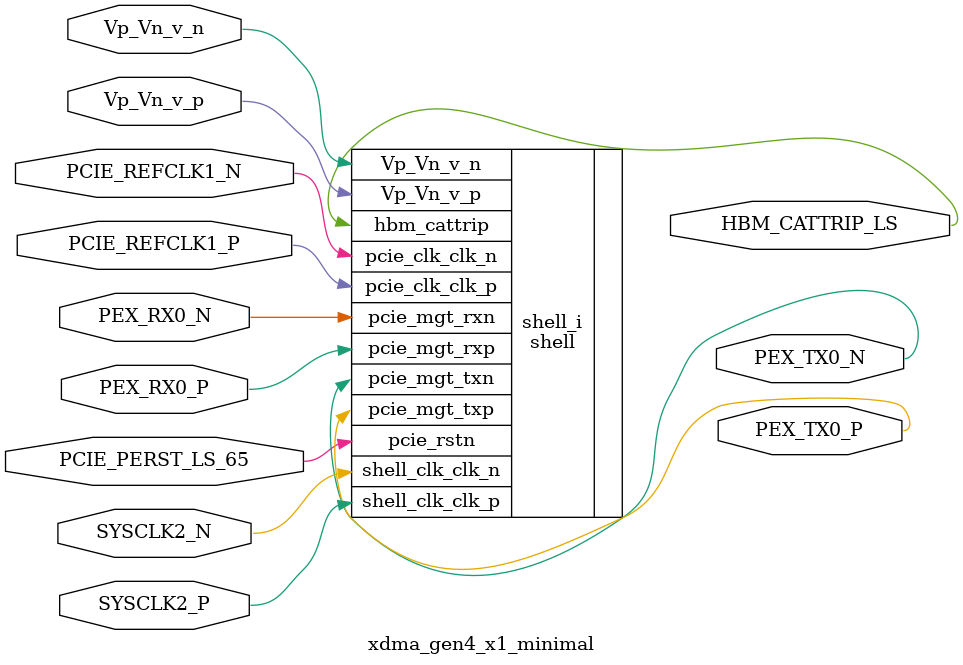
<source format=v>
module xdma_gen4_x1_minimal (
    input Vp_Vn_v_n,
    input Vp_Vn_v_p,
    input PCIE_REFCLK1_N,
    input PCIE_REFCLK1_P,
    input SYSCLK2_N,
    input SYSCLK2_P,
    // input SYSCLK3_N,
    // input SYSCLK3_P,
    input PCIE_PERST_LS_65,
    input PEX_RX0_N,
    input PEX_RX0_P,
    output PEX_TX0_N,
    output PEX_TX0_P,
    output HBM_CATTRIP_LS
);

shell shell_i (
    .Vp_Vn_v_n(Vp_Vn_v_n),
    .Vp_Vn_v_p(Vp_Vn_v_p),
    .hbm_cattrip(HBM_CATTRIP_LS),
    .pcie_clk_clk_n(PCIE_REFCLK1_N),
    .pcie_clk_clk_p(PCIE_REFCLK1_P),
    .pcie_mgt_rxn(PEX_RX0_N),
    .pcie_mgt_rxp(PEX_RX0_P),
    .pcie_mgt_txn(PEX_TX0_N),
    .pcie_mgt_txp(PEX_TX0_P),
    .pcie_rstn(PCIE_PERST_LS_65),
    .shell_clk_clk_n(SYSCLK2_N),
    .shell_clk_clk_p(SYSCLK2_P)
);

endmodule

</source>
